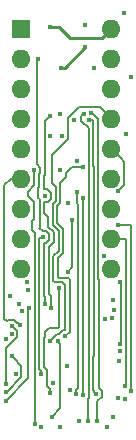
<source format=gbr>
G04 #@! TF.GenerationSoftware,KiCad,Pcbnew,5.1.5+dfsg1-2build2*
G04 #@! TF.CreationDate,2023-02-08T21:01:38+00:00*
G04 #@! TF.ProjectId,video-ram-replacement,76696465-6f2d-4726-916d-2d7265706c61,rev?*
G04 #@! TF.SameCoordinates,Original*
G04 #@! TF.FileFunction,Copper,L2,Inr*
G04 #@! TF.FilePolarity,Positive*
%FSLAX46Y46*%
G04 Gerber Fmt 4.6, Leading zero omitted, Abs format (unit mm)*
G04 Created by KiCad (PCBNEW 5.1.5+dfsg1-2build2) date 2023-02-08 21:01:38*
%MOMM*%
%LPD*%
G04 APERTURE LIST*
%ADD10O,1.600000X1.600000*%
%ADD11R,1.600000X1.600000*%
%ADD12C,0.400000*%
%ADD13C,0.200000*%
%ADD14C,0.250000*%
G04 APERTURE END LIST*
D10*
X187176000Y-126732000D03*
X179556000Y-147052000D03*
X187176000Y-129272000D03*
X179556000Y-144512000D03*
X187176000Y-131812000D03*
X179556000Y-141972000D03*
X187176000Y-134352000D03*
X179556000Y-139432000D03*
X187176000Y-136892000D03*
X179556000Y-136892000D03*
X187176000Y-139432000D03*
X179556000Y-134352000D03*
X187176000Y-141972000D03*
X179556000Y-131812000D03*
X187176000Y-144512000D03*
X179556000Y-129272000D03*
X187176000Y-147052000D03*
D11*
X179556000Y-126732000D03*
D12*
X184912000Y-126431000D03*
X185688002Y-130110001D03*
X182979000Y-135813800D03*
X182245000Y-156718000D03*
X183388000Y-155270200D03*
X187336549Y-149744549D03*
X179367772Y-150056347D03*
X183885330Y-142911999D03*
X183482402Y-147308989D03*
X181229000Y-160477200D03*
X182803800Y-160477200D03*
X186791600Y-160477200D03*
X184912000Y-128331000D03*
X182894614Y-130028586D03*
X184759601Y-138455400D03*
X182019000Y-135813800D03*
X187833000Y-154910940D03*
X187706000Y-157988000D03*
X183289658Y-152766671D03*
X178725000Y-154432000D03*
X178293946Y-157465946D03*
X183668368Y-157356420D03*
X182753000Y-148709000D03*
X182019000Y-157556200D03*
X181188381Y-155969074D03*
X181406800Y-144399000D03*
X186004200Y-159943800D03*
X185434827Y-133859202D03*
X181991000Y-126558000D03*
X184191126Y-157650913D03*
X184302400Y-140597000D03*
X184404000Y-159977200D03*
X180675152Y-160246430D03*
X180670200Y-138734800D03*
X182829200Y-138684000D03*
X184785340Y-157734047D03*
X184759600Y-141097000D03*
X181559200Y-140893800D03*
X185191400Y-159943800D03*
X182803800Y-133934200D03*
X184835800Y-133967600D03*
X185877200Y-157657800D03*
X185293000Y-134442200D03*
X184048400Y-134467600D03*
X178225000Y-158242000D03*
X180175152Y-150360000D03*
X182644555Y-153215552D03*
X182118000Y-159577190D03*
X187291600Y-159639000D03*
X187235111Y-151218982D03*
X180975000Y-129286000D03*
X181575162Y-150021838D03*
X178225000Y-156845000D03*
X180092555Y-148850555D03*
X178725000Y-151910584D03*
X187368796Y-150578204D03*
X182094265Y-150396670D03*
X182008000Y-134097668D03*
X188805000Y-157429200D03*
X187776001Y-143383000D03*
X181991000Y-153162000D03*
X186640162Y-151296680D03*
X179470958Y-151869048D03*
X187776001Y-140471231D03*
X186574010Y-146013919D03*
X179578000Y-150622000D03*
X184234601Y-137930740D03*
X178725000Y-152570200D03*
X188404990Y-135636000D03*
X178225000Y-153035000D03*
X183515000Y-141498998D03*
X178625010Y-149352000D03*
X188805000Y-130810000D03*
X188305000Y-156967335D03*
X187904990Y-148209000D03*
X187904990Y-153403987D03*
X180018495Y-148217507D03*
X188341000Y-158115000D03*
X179070000Y-155956000D03*
X187904990Y-154050883D03*
X188290200Y-125399800D03*
D13*
X183885330Y-146906061D02*
X183482402Y-147308989D01*
X183885330Y-142911999D02*
X183885330Y-146906061D01*
D14*
X183214414Y-130028586D02*
X182894614Y-130028586D01*
X184912000Y-128331000D02*
X183214414Y-130028586D01*
D13*
X183653011Y-152403318D02*
X183289658Y-152766671D01*
X183653011Y-147966011D02*
X183653011Y-152403318D01*
X184759601Y-138455400D02*
X183870600Y-138455400D01*
X183870600Y-138455400D02*
X183329201Y-138996799D01*
X183329201Y-139336241D02*
X182859221Y-139806221D01*
X183329201Y-138996799D02*
X183329201Y-139336241D01*
X182859221Y-139806221D02*
X182859221Y-141465179D01*
X182859221Y-141465179D02*
X182604511Y-141719889D01*
X183106831Y-143661932D02*
X183106831Y-145753868D01*
X183495989Y-147808989D02*
X183653011Y-147966011D01*
X183106831Y-145753868D02*
X182675202Y-146185496D01*
X182604511Y-141719889D02*
X182604511Y-143159612D01*
X182604511Y-143159612D02*
X183106831Y-143661932D01*
X182675202Y-146185496D02*
X182675202Y-147750202D01*
X182675202Y-147750202D02*
X182733989Y-147808989D01*
X182733989Y-147808989D02*
X183495989Y-147808989D01*
X178924999Y-154631999D02*
X178725000Y-154432000D01*
X179570001Y-155277001D02*
X178924999Y-154631999D01*
X178344056Y-157465946D02*
X179570001Y-156240001D01*
X179570001Y-156240001D02*
X179570001Y-155277001D01*
X178293946Y-157465946D02*
X178344056Y-157465946D01*
X181744999Y-155677151D02*
X181744999Y-156972199D01*
X181744999Y-156972199D02*
X182019000Y-157246200D01*
X181475172Y-152957226D02*
X181475172Y-155407324D01*
X181567199Y-152865199D02*
X181475172Y-152957226D01*
X181567199Y-152413999D02*
X181567199Y-152865199D01*
X182019000Y-157246200D02*
X182019000Y-157556200D01*
X181475172Y-155407324D02*
X181744999Y-155677151D01*
X181880217Y-152100981D02*
X181567199Y-152413999D01*
X182753000Y-151997628D02*
X182649647Y-152100981D01*
X182649647Y-152100981D02*
X181880217Y-152100981D01*
X182753000Y-148709000D02*
X182753000Y-151997628D01*
X181188381Y-155686232D02*
X181075162Y-155573013D01*
X181188381Y-155969074D02*
X181188381Y-155686232D01*
X181075162Y-153210813D02*
X181075162Y-144449800D01*
X181356000Y-144449800D02*
X181406800Y-144399000D01*
X181075162Y-144449800D02*
X181356000Y-144449800D01*
X181075162Y-153210813D02*
X181075162Y-155575000D01*
X186074010Y-135324810D02*
X186059619Y-135310419D01*
X185558543Y-133859202D02*
X185434827Y-133859202D01*
X186074010Y-134374669D02*
X185558543Y-133859202D01*
X186074010Y-135324810D02*
X186074010Y-134374669D01*
X186004200Y-159660958D02*
X186004200Y-159943800D01*
X185978800Y-159635558D02*
X186004200Y-159660958D01*
X185978800Y-158296202D02*
X185978800Y-159635558D01*
X186377201Y-157417799D02*
X186377201Y-157897801D01*
X186117201Y-157157799D02*
X186377201Y-157417799D01*
X186117201Y-147991801D02*
X186117201Y-157157799D01*
X186074010Y-147948610D02*
X186117201Y-147991801D01*
X186377201Y-157897801D02*
X185978800Y-158296202D01*
X186074010Y-135324810D02*
X186074010Y-147948610D01*
D14*
X186376001Y-127531999D02*
X187176000Y-126732000D01*
X182716000Y-126558000D02*
X183689999Y-127531999D01*
X183689999Y-127531999D02*
X186376001Y-127531999D01*
X181991000Y-126558000D02*
X182716000Y-126558000D01*
D13*
X184385330Y-157173867D02*
X184191126Y-157368071D01*
X184385330Y-141655800D02*
X184385330Y-157173867D01*
X184259599Y-140639801D02*
X184259599Y-141530069D01*
X184191126Y-157368071D02*
X184191126Y-157650913D01*
X184259599Y-141530069D02*
X184385330Y-141655800D01*
X184302400Y-140597000D02*
X184259599Y-140639801D01*
X180675152Y-138739752D02*
X180670200Y-138734800D01*
X180675152Y-157884230D02*
X180675152Y-160246430D01*
X180670200Y-139945802D02*
X180084001Y-140532001D01*
X180670200Y-138734800D02*
X180670200Y-139945802D01*
X180084001Y-140532001D02*
X180084001Y-140871999D01*
X180656001Y-141443999D02*
X180656001Y-142812999D01*
X180084001Y-140871999D02*
X180656001Y-141443999D01*
X180675152Y-144003150D02*
X180675152Y-157884230D01*
X180467000Y-143794998D02*
X180675152Y-144003150D01*
X180467000Y-143002000D02*
X180467000Y-143794998D01*
X180656001Y-142812999D02*
X180467000Y-143002000D01*
X184785340Y-141122740D02*
X184759600Y-141097000D01*
X184785340Y-155371847D02*
X184785340Y-141122740D01*
X184785340Y-155371847D02*
X184785340Y-157734047D01*
X185285341Y-157974048D02*
X185191400Y-158067989D01*
X185285341Y-157494046D02*
X185285341Y-157974048D01*
X185259601Y-157468306D02*
X185285341Y-157494046D01*
X185259601Y-135148803D02*
X185259601Y-157468306D01*
X184635801Y-134525003D02*
X185259601Y-135148803D01*
X185191400Y-158067989D02*
X185191400Y-159943800D01*
X184635801Y-134167599D02*
X184635801Y-134525003D01*
X184835800Y-133967600D02*
X184635801Y-134167599D01*
X185750200Y-157530800D02*
X185877200Y-157657800D01*
X185685349Y-157530800D02*
X185750200Y-157530800D01*
X185685349Y-157328356D02*
X185685349Y-157530800D01*
X185659611Y-157302617D02*
X185685349Y-157328356D01*
X185659611Y-154446389D02*
X185659611Y-157302617D01*
X185674000Y-138404600D02*
X185674000Y-154432000D01*
X185674000Y-154432000D02*
X185659611Y-154446389D01*
X185659609Y-138390209D02*
X185674000Y-138404600D01*
X185659609Y-134525967D02*
X185659609Y-138390209D01*
X185575842Y-134442200D02*
X185659609Y-134525967D01*
X185293000Y-134442200D02*
X185575842Y-134442200D01*
X180125012Y-156341988D02*
X178225000Y-158242000D01*
X180125012Y-150487187D02*
X180125012Y-156341988D01*
X182844554Y-153415551D02*
X182844554Y-158850636D01*
X182844554Y-158850636D02*
X182118000Y-159577190D01*
X182644555Y-153215552D02*
X182844554Y-153415551D01*
X181575162Y-149451990D02*
X181475172Y-149352000D01*
X181475172Y-149352000D02*
X181475172Y-144899001D01*
X181906801Y-144158999D02*
X181638802Y-143891000D01*
X181906801Y-144639001D02*
X181906801Y-144158999D01*
X181646801Y-144899001D02*
X181906801Y-144639001D01*
X181475172Y-144899001D02*
X181646801Y-144899001D01*
X181356000Y-143891000D02*
X181075162Y-143610162D01*
X181638802Y-143891000D02*
X181356000Y-143891000D01*
X181075162Y-143610162D02*
X181102000Y-143583324D01*
X181102000Y-143583324D02*
X181102000Y-141478000D01*
X180975000Y-140206701D02*
X181070210Y-140111491D01*
X180975000Y-141049602D02*
X180975000Y-140206701D01*
X181102000Y-141176602D02*
X180975000Y-141049602D01*
X181102000Y-141478000D02*
X181102000Y-141176602D01*
X181170201Y-138494799D02*
X180851402Y-138176000D01*
X181170201Y-138974801D02*
X181170201Y-138494799D01*
X181070210Y-139074792D02*
X181170201Y-138974801D01*
X181070210Y-140111491D02*
X181070210Y-139074792D01*
X180851402Y-129409598D02*
X180975000Y-129286000D01*
X180851402Y-138176000D02*
X180851402Y-129409598D01*
X181575162Y-150021838D02*
X181575162Y-149451990D01*
X178225000Y-156845000D02*
X178225000Y-153810202D01*
X180086000Y-148857110D02*
X180092555Y-148850555D01*
X178805386Y-151910584D02*
X178725000Y-151910584D01*
X179225001Y-152330199D02*
X178805386Y-151910584D01*
X179225001Y-152810201D02*
X179225001Y-152330199D01*
X178225000Y-153810202D02*
X179225001Y-152810201D01*
X182094265Y-150396670D02*
X182094265Y-149405394D01*
X182094265Y-149405394D02*
X181875182Y-149186311D01*
X181875182Y-149186311D02*
X181975172Y-149286301D01*
X182306811Y-143993310D02*
X181804491Y-143490990D01*
X182306811Y-144804690D02*
X182306811Y-143993310D01*
X181875182Y-145236319D02*
X182306811Y-144804690D01*
X181875182Y-148571184D02*
X181875182Y-145236319D01*
X181804491Y-142688491D02*
X181502010Y-142386010D01*
X181804491Y-143490990D02*
X181804491Y-142688491D01*
X181502010Y-142386010D02*
X181502010Y-141393801D01*
X181799201Y-141393801D02*
X182059201Y-141133801D01*
X181502010Y-141393801D02*
X181799201Y-141393801D01*
X182059201Y-140653799D02*
X181740402Y-140335000D01*
X182059201Y-141133801D02*
X182059201Y-140653799D01*
X181740402Y-140335000D02*
X181483000Y-140335000D01*
X181483000Y-140208000D02*
X181470220Y-140195220D01*
X181483000Y-140335000D02*
X181483000Y-140208000D01*
X181570211Y-139140490D02*
X181570211Y-138329111D01*
X181470220Y-139240481D02*
X181570211Y-139140490D01*
X181470220Y-140195220D02*
X181470220Y-139240481D01*
X181518999Y-134586669D02*
X182008000Y-134097668D01*
X181518999Y-138277899D02*
X181518999Y-134586669D01*
X181570211Y-138329111D02*
X181518999Y-138277899D01*
X181875182Y-149186311D02*
X181875182Y-148590000D01*
X188805000Y-155194000D02*
X188805000Y-143383000D01*
X188805000Y-155067000D02*
X188805000Y-157429200D01*
X188805000Y-143383000D02*
X187776001Y-143383000D01*
X183049657Y-152266670D02*
X182753000Y-152563327D01*
X183253001Y-152237630D02*
X183223961Y-152266670D01*
X183253001Y-148468999D02*
X183253001Y-152237630D01*
X182993001Y-148208999D02*
X183253001Y-148468999D01*
X182275192Y-148112190D02*
X182372001Y-148208999D01*
X183223961Y-152266670D02*
X183049657Y-152266670D01*
X182275192Y-146019808D02*
X182275192Y-148112190D01*
X187176000Y-134344000D02*
X186191201Y-133359201D01*
X183479001Y-136053801D02*
X182118000Y-137414802D01*
X182118000Y-137414802D02*
X182118000Y-139827000D01*
X184416797Y-133359201D02*
X183479001Y-134296997D01*
X183479001Y-134296997D02*
X183479001Y-136053801D01*
X187176000Y-134352000D02*
X187176000Y-134344000D01*
X182118000Y-139827000D02*
X182459211Y-140168211D01*
X182706821Y-145588179D02*
X182275192Y-146019808D01*
X182459211Y-140168211D02*
X182459211Y-141299490D01*
X182204501Y-141554199D02*
X182204501Y-143325302D01*
X182372001Y-148208999D02*
X182993001Y-148208999D01*
X182459211Y-141299490D02*
X182204501Y-141554199D01*
X182204501Y-143325302D02*
X182706821Y-143827621D01*
X186191201Y-133359201D02*
X184416797Y-133359201D01*
X182706821Y-143827621D02*
X182706821Y-145588179D01*
X182589673Y-152563327D02*
X181991000Y-153162000D01*
X181991000Y-153162000D02*
X181991000Y-153289000D01*
X182753000Y-152563327D02*
X182589673Y-152563327D01*
X179225001Y-151670583D02*
X179226535Y-151669049D01*
X178384582Y-151511000D02*
X178484999Y-151410583D01*
X178308000Y-151511000D02*
X178384582Y-151511000D01*
X178125010Y-151328010D02*
X178308000Y-151511000D01*
X179226535Y-151669049D02*
X179270959Y-151669049D01*
X178965001Y-151410583D02*
X179225001Y-151670583D01*
X178125010Y-140009990D02*
X178125010Y-151328010D01*
X178484999Y-151410583D02*
X178965001Y-151410583D01*
X178703000Y-139432000D02*
X178125010Y-140009990D01*
X179270959Y-151669049D02*
X179470958Y-151869048D01*
X179556000Y-139432000D02*
X178703000Y-139432000D01*
X187975999Y-137691999D02*
X187176000Y-136892000D01*
X188276001Y-137992001D02*
X187975999Y-137691999D01*
X188276001Y-139971231D02*
X188276001Y-137992001D01*
X187776001Y-140471231D02*
X188276001Y-139971231D01*
X188396465Y-156967335D02*
X188404990Y-156958810D01*
X188305000Y-156967335D02*
X188396465Y-156967335D01*
X188307370Y-144512000D02*
X187176000Y-144512000D01*
X188404990Y-144609620D02*
X188307370Y-144512000D01*
X188404990Y-156781010D02*
X188404990Y-144609620D01*
X188305000Y-156881000D02*
X188404990Y-156781010D01*
X188305000Y-156967335D02*
X188305000Y-156881000D01*
X188004980Y-153303997D02*
X187904990Y-153403987D01*
X188004980Y-148308990D02*
X188004980Y-153303997D01*
X187904990Y-148209000D02*
X188004980Y-148308990D01*
M02*

</source>
